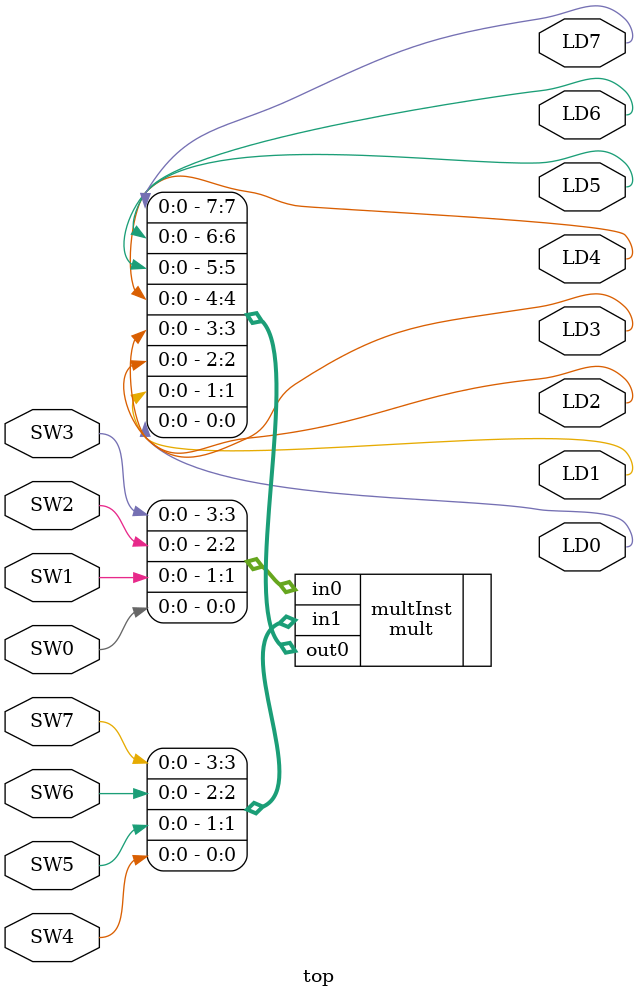
<source format=v>
/*   
    Top-level design, connecting IO from smallmult to the IOs on ZedBoard
                    
    From "Getting Started with the Xilinx Zynq FPGA and Vivado" 
    by Peter Milder (peter.milder@stonybrook.edu)

    Copyright (C) 2018 Peter Milder

    This program is free software: you can redistribute it and/or modify
    it under the terms of the GNU General Public License as published by
    the Free Software Foundation, either version 3 of the License, or
    (at your option) any later version.

    This program is distributed in the hope that it will be useful,
    but WITHOUT ANY WARRANTY; without even the implied warranty of
    MERCHANTABILITY or FITNESS FOR A PARTICULAR PURPOSE.  See the
    GNU General Public License for more details.

    You should have received a copy of the GNU General Public License
    along with this program.  If not, see <https://www.gnu.org/licenses/>.
*/

module top(SW0, SW1, SW2, SW3, SW4, SW5, SW6, SW7,
           LD0, LD1, LD2, LD3, LD4, LD5, LD6, LD7);

    input  SW0, SW1, SW2, SW3, SW4, SW5, SW6, SW7;
    output LD0, LD1, LD2, LD3, LD4, LD5, LD6, LD7;

    mult multInst(.in0({SW3, SW2, SW1, SW0}),
                 .in1({SW7, SW6, SW5, SW4}),
                 .out0({LD7, LD6, LD5, LD4, LD3, LD2, LD1, LD0}));

endmodule 


</source>
